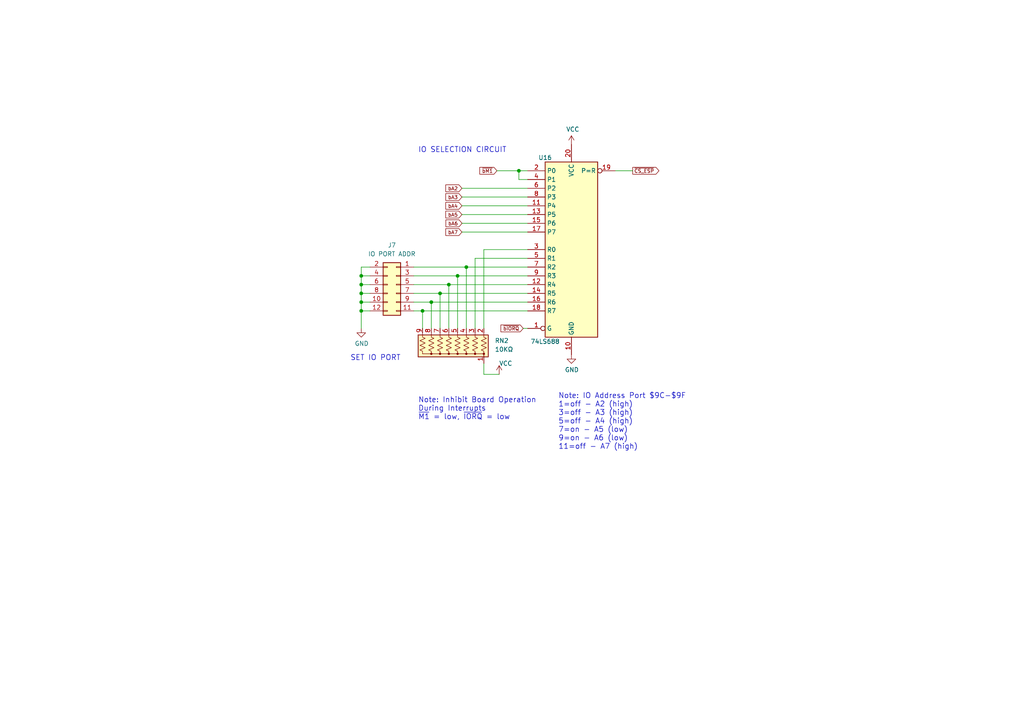
<source format=kicad_sch>
(kicad_sch (version 20211123) (generator eeschema)

  (uuid 6d457867-8d25-41a9-acdc-54d42d02e46b)

  (paper "A4")

  (title_block
    (title "Dual ESP32 IO")
    (date "2023-09-05")
    (rev "V1.2")
    (comment 1 "By Dan Werner, GAL modifications by Andrew Lynch")
  )

  (lib_symbols
    (symbol "74xx:74LS688" (in_bom yes) (on_board yes)
      (property "Reference" "U" (id 0) (at -7.62 26.67 0)
        (effects (font (size 1.27 1.27)))
      )
      (property "Value" "74LS688" (id 1) (at -7.62 -26.67 0)
        (effects (font (size 1.27 1.27)))
      )
      (property "Footprint" "" (id 2) (at 0 0 0)
        (effects (font (size 1.27 1.27)) hide)
      )
      (property "Datasheet" "http://www.ti.com/lit/gpn/sn74LS688" (id 3) (at 0 0 0)
        (effects (font (size 1.27 1.27)) hide)
      )
      (property "ki_keywords" "TTL DECOD Arith" (id 4) (at 0 0 0)
        (effects (font (size 1.27 1.27)) hide)
      )
      (property "ki_description" "8-bit magnitude comparator" (id 5) (at 0 0 0)
        (effects (font (size 1.27 1.27)) hide)
      )
      (property "ki_fp_filters" "DIP?20* SOIC?20* SO?20* TSSOP?20*" (id 6) (at 0 0 0)
        (effects (font (size 1.27 1.27)) hide)
      )
      (symbol "74LS688_1_0"
        (pin input inverted (at -12.7 -22.86 0) (length 5.08)
          (name "G" (effects (font (size 1.27 1.27))))
          (number "1" (effects (font (size 1.27 1.27))))
        )
        (pin power_in line (at 0 -30.48 90) (length 5.08)
          (name "GND" (effects (font (size 1.27 1.27))))
          (number "10" (effects (font (size 1.27 1.27))))
        )
        (pin input line (at -12.7 12.7 0) (length 5.08)
          (name "P4" (effects (font (size 1.27 1.27))))
          (number "11" (effects (font (size 1.27 1.27))))
        )
        (pin input line (at -12.7 -10.16 0) (length 5.08)
          (name "R4" (effects (font (size 1.27 1.27))))
          (number "12" (effects (font (size 1.27 1.27))))
        )
        (pin input line (at -12.7 10.16 0) (length 5.08)
          (name "P5" (effects (font (size 1.27 1.27))))
          (number "13" (effects (font (size 1.27 1.27))))
        )
        (pin input line (at -12.7 -12.7 0) (length 5.08)
          (name "R5" (effects (font (size 1.27 1.27))))
          (number "14" (effects (font (size 1.27 1.27))))
        )
        (pin input line (at -12.7 7.62 0) (length 5.08)
          (name "P6" (effects (font (size 1.27 1.27))))
          (number "15" (effects (font (size 1.27 1.27))))
        )
        (pin input line (at -12.7 -15.24 0) (length 5.08)
          (name "R6" (effects (font (size 1.27 1.27))))
          (number "16" (effects (font (size 1.27 1.27))))
        )
        (pin input line (at -12.7 5.08 0) (length 5.08)
          (name "P7" (effects (font (size 1.27 1.27))))
          (number "17" (effects (font (size 1.27 1.27))))
        )
        (pin input line (at -12.7 -17.78 0) (length 5.08)
          (name "R7" (effects (font (size 1.27 1.27))))
          (number "18" (effects (font (size 1.27 1.27))))
        )
        (pin output inverted (at 12.7 22.86 180) (length 5.08)
          (name "P=R" (effects (font (size 1.27 1.27))))
          (number "19" (effects (font (size 1.27 1.27))))
        )
        (pin input line (at -12.7 22.86 0) (length 5.08)
          (name "P0" (effects (font (size 1.27 1.27))))
          (number "2" (effects (font (size 1.27 1.27))))
        )
        (pin power_in line (at 0 30.48 270) (length 5.08)
          (name "VCC" (effects (font (size 1.27 1.27))))
          (number "20" (effects (font (size 1.27 1.27))))
        )
        (pin input line (at -12.7 0 0) (length 5.08)
          (name "R0" (effects (font (size 1.27 1.27))))
          (number "3" (effects (font (size 1.27 1.27))))
        )
        (pin input line (at -12.7 20.32 0) (length 5.08)
          (name "P1" (effects (font (size 1.27 1.27))))
          (number "4" (effects (font (size 1.27 1.27))))
        )
        (pin input line (at -12.7 -2.54 0) (length 5.08)
          (name "R1" (effects (font (size 1.27 1.27))))
          (number "5" (effects (font (size 1.27 1.27))))
        )
        (pin input line (at -12.7 17.78 0) (length 5.08)
          (name "P2" (effects (font (size 1.27 1.27))))
          (number "6" (effects (font (size 1.27 1.27))))
        )
        (pin input line (at -12.7 -5.08 0) (length 5.08)
          (name "R2" (effects (font (size 1.27 1.27))))
          (number "7" (effects (font (size 1.27 1.27))))
        )
        (pin input line (at -12.7 15.24 0) (length 5.08)
          (name "P3" (effects (font (size 1.27 1.27))))
          (number "8" (effects (font (size 1.27 1.27))))
        )
        (pin input line (at -12.7 -7.62 0) (length 5.08)
          (name "R3" (effects (font (size 1.27 1.27))))
          (number "9" (effects (font (size 1.27 1.27))))
        )
      )
      (symbol "74LS688_1_1"
        (rectangle (start -7.62 25.4) (end 7.62 -25.4)
          (stroke (width 0.254) (type default) (color 0 0 0 0))
          (fill (type background))
        )
      )
    )
    (symbol "Connector_Generic:Conn_02x06_Odd_Even" (pin_names (offset 1.016) hide) (in_bom yes) (on_board yes)
      (property "Reference" "J" (id 0) (at 1.27 7.62 0)
        (effects (font (size 1.27 1.27)))
      )
      (property "Value" "Conn_02x06_Odd_Even" (id 1) (at 1.27 -10.16 0)
        (effects (font (size 1.27 1.27)))
      )
      (property "Footprint" "" (id 2) (at 0 0 0)
        (effects (font (size 1.27 1.27)) hide)
      )
      (property "Datasheet" "~" (id 3) (at 0 0 0)
        (effects (font (size 1.27 1.27)) hide)
      )
      (property "ki_keywords" "connector" (id 4) (at 0 0 0)
        (effects (font (size 1.27 1.27)) hide)
      )
      (property "ki_description" "Generic connector, double row, 02x06, odd/even pin numbering scheme (row 1 odd numbers, row 2 even numbers), script generated (kicad-library-utils/schlib/autogen/connector/)" (id 5) (at 0 0 0)
        (effects (font (size 1.27 1.27)) hide)
      )
      (property "ki_fp_filters" "Connector*:*_2x??_*" (id 6) (at 0 0 0)
        (effects (font (size 1.27 1.27)) hide)
      )
      (symbol "Conn_02x06_Odd_Even_1_1"
        (rectangle (start -1.27 -7.493) (end 0 -7.747)
          (stroke (width 0.1524) (type default) (color 0 0 0 0))
          (fill (type none))
        )
        (rectangle (start -1.27 -4.953) (end 0 -5.207)
          (stroke (width 0.1524) (type default) (color 0 0 0 0))
          (fill (type none))
        )
        (rectangle (start -1.27 -2.413) (end 0 -2.667)
          (stroke (width 0.1524) (type default) (color 0 0 0 0))
          (fill (type none))
        )
        (rectangle (start -1.27 0.127) (end 0 -0.127)
          (stroke (width 0.1524) (type default) (color 0 0 0 0))
          (fill (type none))
        )
        (rectangle (start -1.27 2.667) (end 0 2.413)
          (stroke (width 0.1524) (type default) (color 0 0 0 0))
          (fill (type none))
        )
        (rectangle (start -1.27 5.207) (end 0 4.953)
          (stroke (width 0.1524) (type default) (color 0 0 0 0))
          (fill (type none))
        )
        (rectangle (start -1.27 6.35) (end 3.81 -8.89)
          (stroke (width 0.254) (type default) (color 0 0 0 0))
          (fill (type background))
        )
        (rectangle (start 3.81 -7.493) (end 2.54 -7.747)
          (stroke (width 0.1524) (type default) (color 0 0 0 0))
          (fill (type none))
        )
        (rectangle (start 3.81 -4.953) (end 2.54 -5.207)
          (stroke (width 0.1524) (type default) (color 0 0 0 0))
          (fill (type none))
        )
        (rectangle (start 3.81 -2.413) (end 2.54 -2.667)
          (stroke (width 0.1524) (type default) (color 0 0 0 0))
          (fill (type none))
        )
        (rectangle (start 3.81 0.127) (end 2.54 -0.127)
          (stroke (width 0.1524) (type default) (color 0 0 0 0))
          (fill (type none))
        )
        (rectangle (start 3.81 2.667) (end 2.54 2.413)
          (stroke (width 0.1524) (type default) (color 0 0 0 0))
          (fill (type none))
        )
        (rectangle (start 3.81 5.207) (end 2.54 4.953)
          (stroke (width 0.1524) (type default) (color 0 0 0 0))
          (fill (type none))
        )
        (pin passive line (at -5.08 5.08 0) (length 3.81)
          (name "Pin_1" (effects (font (size 1.27 1.27))))
          (number "1" (effects (font (size 1.27 1.27))))
        )
        (pin passive line (at 7.62 -5.08 180) (length 3.81)
          (name "Pin_10" (effects (font (size 1.27 1.27))))
          (number "10" (effects (font (size 1.27 1.27))))
        )
        (pin passive line (at -5.08 -7.62 0) (length 3.81)
          (name "Pin_11" (effects (font (size 1.27 1.27))))
          (number "11" (effects (font (size 1.27 1.27))))
        )
        (pin passive line (at 7.62 -7.62 180) (length 3.81)
          (name "Pin_12" (effects (font (size 1.27 1.27))))
          (number "12" (effects (font (size 1.27 1.27))))
        )
        (pin passive line (at 7.62 5.08 180) (length 3.81)
          (name "Pin_2" (effects (font (size 1.27 1.27))))
          (number "2" (effects (font (size 1.27 1.27))))
        )
        (pin passive line (at -5.08 2.54 0) (length 3.81)
          (name "Pin_3" (effects (font (size 1.27 1.27))))
          (number "3" (effects (font (size 1.27 1.27))))
        )
        (pin passive line (at 7.62 2.54 180) (length 3.81)
          (name "Pin_4" (effects (font (size 1.27 1.27))))
          (number "4" (effects (font (size 1.27 1.27))))
        )
        (pin passive line (at -5.08 0 0) (length 3.81)
          (name "Pin_5" (effects (font (size 1.27 1.27))))
          (number "5" (effects (font (size 1.27 1.27))))
        )
        (pin passive line (at 7.62 0 180) (length 3.81)
          (name "Pin_6" (effects (font (size 1.27 1.27))))
          (number "6" (effects (font (size 1.27 1.27))))
        )
        (pin passive line (at -5.08 -2.54 0) (length 3.81)
          (name "Pin_7" (effects (font (size 1.27 1.27))))
          (number "7" (effects (font (size 1.27 1.27))))
        )
        (pin passive line (at 7.62 -2.54 180) (length 3.81)
          (name "Pin_8" (effects (font (size 1.27 1.27))))
          (number "8" (effects (font (size 1.27 1.27))))
        )
        (pin passive line (at -5.08 -5.08 0) (length 3.81)
          (name "Pin_9" (effects (font (size 1.27 1.27))))
          (number "9" (effects (font (size 1.27 1.27))))
        )
      )
    )
    (symbol "Device:R_Network08_US" (pin_names (offset 0) hide) (in_bom yes) (on_board yes)
      (property "Reference" "RN" (id 0) (at -12.7 0 90)
        (effects (font (size 1.27 1.27)))
      )
      (property "Value" "R_Network08_US" (id 1) (at 10.16 0 90)
        (effects (font (size 1.27 1.27)))
      )
      (property "Footprint" "Resistor_THT:R_Array_SIP9" (id 2) (at 12.065 0 90)
        (effects (font (size 1.27 1.27)) hide)
      )
      (property "Datasheet" "http://www.vishay.com/docs/31509/csc.pdf" (id 3) (at 0 0 0)
        (effects (font (size 1.27 1.27)) hide)
      )
      (property "ki_keywords" "R network star-topology" (id 4) (at 0 0 0)
        (effects (font (size 1.27 1.27)) hide)
      )
      (property "ki_description" "8 resistor network, star topology, bussed resistors, small US symbol" (id 5) (at 0 0 0)
        (effects (font (size 1.27 1.27)) hide)
      )
      (property "ki_fp_filters" "R?Array?SIP*" (id 6) (at 0 0 0)
        (effects (font (size 1.27 1.27)) hide)
      )
      (symbol "R_Network08_US_0_1"
        (rectangle (start -11.43 -3.175) (end 8.89 3.175)
          (stroke (width 0.254) (type default) (color 0 0 0 0))
          (fill (type background))
        )
        (circle (center -10.16 2.286) (radius 0.254)
          (stroke (width 0) (type default) (color 0 0 0 0))
          (fill (type outline))
        )
        (circle (center -7.62 2.286) (radius 0.254)
          (stroke (width 0) (type default) (color 0 0 0 0))
          (fill (type outline))
        )
        (circle (center -5.08 2.286) (radius 0.254)
          (stroke (width 0) (type default) (color 0 0 0 0))
          (fill (type outline))
        )
        (circle (center -2.54 2.286) (radius 0.254)
          (stroke (width 0) (type default) (color 0 0 0 0))
          (fill (type outline))
        )
        (polyline
          (pts
            (xy -10.16 2.286)
            (xy 7.62 2.286)
          )
          (stroke (width 0) (type default) (color 0 0 0 0))
          (fill (type none))
        )
        (polyline
          (pts
            (xy -10.16 2.286)
            (xy -10.16 1.524)
            (xy -9.398 1.1684)
            (xy -10.922 0.508)
            (xy -9.398 -0.1524)
            (xy -10.922 -0.8382)
            (xy -9.398 -1.524)
            (xy -10.922 -2.1844)
            (xy -10.16 -2.54)
            (xy -10.16 -3.81)
          )
          (stroke (width 0) (type default) (color 0 0 0 0))
          (fill (type none))
        )
        (polyline
          (pts
            (xy -7.62 2.286)
            (xy -7.62 1.524)
            (xy -6.858 1.1684)
            (xy -8.382 0.508)
            (xy -6.858 -0.1524)
            (xy -8.382 -0.8382)
            (xy -6.858 -1.524)
            (xy -8.382 -2.1844)
            (xy -7.62 -2.54)
            (xy -7.62 -3.81)
          )
          (stroke (width 0) (type default) (color 0 0 0 0))
          (fill (type none))
        )
        (polyline
          (pts
            (xy -5.08 2.286)
            (xy -5.08 1.524)
            (xy -4.318 1.1684)
            (xy -5.842 0.508)
            (xy -4.318 -0.1524)
            (xy -5.842 -0.8382)
            (xy -4.318 -1.524)
            (xy -5.842 -2.1844)
            (xy -5.08 -2.54)
            (xy -5.08 -3.81)
          )
          (stroke (width 0) (type default) (color 0 0 0 0))
          (fill (type none))
        )
        (polyline
          (pts
            (xy -2.54 2.286)
            (xy -2.54 1.524)
            (xy -1.778 1.1684)
            (xy -3.302 0.508)
            (xy -1.778 -0.1524)
            (xy -3.302 -0.8382)
            (xy -1.778 -1.524)
            (xy -3.302 -2.1844)
            (xy -2.54 -2.54)
            (xy -2.54 -3.81)
          )
          (stroke (width 0) (type default) (color 0 0 0 0))
          (fill (type none))
        )
        (polyline
          (pts
            (xy 0 2.286)
            (xy 0 1.524)
            (xy 0.762 1.1684)
            (xy -0.762 0.508)
            (xy 0.762 -0.1524)
            (xy -0.762 -0.8382)
            (xy 0.762 -1.524)
            (xy -0.762 -2.1844)
            (xy 0 -2.54)
            (xy 0 -3.81)
          )
          (stroke (width 0) (type default) (color 0 0 0 0))
          (fill (type none))
        )
        (polyline
          (pts
            (xy 2.54 2.286)
            (xy 2.54 1.524)
            (xy 3.302 1.1684)
            (xy 1.778 0.508)
            (xy 3.302 -0.1524)
            (xy 1.778 -0.8382)
            (xy 3.302 -1.524)
            (xy 1.778 -2.1844)
            (xy 2.54 -2.54)
            (xy 2.54 -3.81)
          )
          (stroke (width 0) (type default) (color 0 0 0 0))
          (fill (type none))
        )
        (polyline
          (pts
            (xy 5.08 2.286)
            (xy 5.08 1.524)
            (xy 5.842 1.1684)
            (xy 4.318 0.508)
            (xy 5.842 -0.1524)
            (xy 4.318 -0.8382)
            (xy 5.842 -1.524)
            (xy 4.318 -2.1844)
            (xy 5.08 -2.54)
            (xy 5.08 -3.81)
          )
          (stroke (width 0) (type default) (color 0 0 0 0))
          (fill (type none))
        )
        (polyline
          (pts
            (xy 7.62 2.286)
            (xy 7.62 1.524)
            (xy 8.382 1.1684)
            (xy 6.858 0.508)
            (xy 8.382 -0.1524)
            (xy 6.858 -0.8382)
            (xy 8.382 -1.524)
            (xy 6.858 -2.1844)
            (xy 7.62 -2.54)
            (xy 7.62 -3.81)
          )
          (stroke (width 0) (type default) (color 0 0 0 0))
          (fill (type none))
        )
        (circle (center 0 2.286) (radius 0.254)
          (stroke (width 0) (type default) (color 0 0 0 0))
          (fill (type outline))
        )
        (circle (center 2.54 2.286) (radius 0.254)
          (stroke (width 0) (type default) (color 0 0 0 0))
          (fill (type outline))
        )
        (circle (center 5.08 2.286) (radius 0.254)
          (stroke (width 0) (type default) (color 0 0 0 0))
          (fill (type outline))
        )
      )
      (symbol "R_Network08_US_1_1"
        (pin passive line (at -10.16 5.08 270) (length 2.54)
          (name "common" (effects (font (size 1.27 1.27))))
          (number "1" (effects (font (size 1.27 1.27))))
        )
        (pin passive line (at -10.16 -5.08 90) (length 1.27)
          (name "R1" (effects (font (size 1.27 1.27))))
          (number "2" (effects (font (size 1.27 1.27))))
        )
        (pin passive line (at -7.62 -5.08 90) (length 1.27)
          (name "R2" (effects (font (size 1.27 1.27))))
          (number "3" (effects (font (size 1.27 1.27))))
        )
        (pin passive line (at -5.08 -5.08 90) (length 1.27)
          (name "R3" (effects (font (size 1.27 1.27))))
          (number "4" (effects (font (size 1.27 1.27))))
        )
        (pin passive line (at -2.54 -5.08 90) (length 1.27)
          (name "R4" (effects (font (size 1.27 1.27))))
          (number "5" (effects (font (size 1.27 1.27))))
        )
        (pin passive line (at 0 -5.08 90) (length 1.27)
          (name "R5" (effects (font (size 1.27 1.27))))
          (number "6" (effects (font (size 1.27 1.27))))
        )
        (pin passive line (at 2.54 -5.08 90) (length 1.27)
          (name "R6" (effects (font (size 1.27 1.27))))
          (number "7" (effects (font (size 1.27 1.27))))
        )
        (pin passive line (at 5.08 -5.08 90) (length 1.27)
          (name "R7" (effects (font (size 1.27 1.27))))
          (number "8" (effects (font (size 1.27 1.27))))
        )
        (pin passive line (at 7.62 -5.08 90) (length 1.27)
          (name "R8" (effects (font (size 1.27 1.27))))
          (number "9" (effects (font (size 1.27 1.27))))
        )
      )
    )
    (symbol "power:GND" (power) (pin_names (offset 0)) (in_bom yes) (on_board yes)
      (property "Reference" "#PWR" (id 0) (at 0 -6.35 0)
        (effects (font (size 1.27 1.27)) hide)
      )
      (property "Value" "GND" (id 1) (at 0 -3.81 0)
        (effects (font (size 1.27 1.27)))
      )
      (property "Footprint" "" (id 2) (at 0 0 0)
        (effects (font (size 1.27 1.27)) hide)
      )
      (property "Datasheet" "" (id 3) (at 0 0 0)
        (effects (font (size 1.27 1.27)) hide)
      )
      (property "ki_keywords" "global power" (id 4) (at 0 0 0)
        (effects (font (size 1.27 1.27)) hide)
      )
      (property "ki_description" "Power symbol creates a global label with name \"GND\" , ground" (id 5) (at 0 0 0)
        (effects (font (size 1.27 1.27)) hide)
      )
      (symbol "GND_0_1"
        (polyline
          (pts
            (xy 0 0)
            (xy 0 -1.27)
            (xy 1.27 -1.27)
            (xy 0 -2.54)
            (xy -1.27 -1.27)
            (xy 0 -1.27)
          )
          (stroke (width 0) (type default) (color 0 0 0 0))
          (fill (type none))
        )
      )
      (symbol "GND_1_1"
        (pin power_in line (at 0 0 270) (length 0) hide
          (name "GND" (effects (font (size 1.27 1.27))))
          (number "1" (effects (font (size 1.27 1.27))))
        )
      )
    )
    (symbol "power:VCC" (power) (pin_names (offset 0)) (in_bom yes) (on_board yes)
      (property "Reference" "#PWR" (id 0) (at 0 -3.81 0)
        (effects (font (size 1.27 1.27)) hide)
      )
      (property "Value" "VCC" (id 1) (at 0 3.81 0)
        (effects (font (size 1.27 1.27)))
      )
      (property "Footprint" "" (id 2) (at 0 0 0)
        (effects (font (size 1.27 1.27)) hide)
      )
      (property "Datasheet" "" (id 3) (at 0 0 0)
        (effects (font (size 1.27 1.27)) hide)
      )
      (property "ki_keywords" "global power" (id 4) (at 0 0 0)
        (effects (font (size 1.27 1.27)) hide)
      )
      (property "ki_description" "Power symbol creates a global label with name \"VCC\"" (id 5) (at 0 0 0)
        (effects (font (size 1.27 1.27)) hide)
      )
      (symbol "VCC_0_1"
        (polyline
          (pts
            (xy -0.762 1.27)
            (xy 0 2.54)
          )
          (stroke (width 0) (type default) (color 0 0 0 0))
          (fill (type none))
        )
        (polyline
          (pts
            (xy 0 0)
            (xy 0 2.54)
          )
          (stroke (width 0) (type default) (color 0 0 0 0))
          (fill (type none))
        )
        (polyline
          (pts
            (xy 0 2.54)
            (xy 0.762 1.27)
          )
          (stroke (width 0) (type default) (color 0 0 0 0))
          (fill (type none))
        )
      )
      (symbol "VCC_1_1"
        (pin power_in line (at 0 0 90) (length 0) hide
          (name "VCC" (effects (font (size 1.27 1.27))))
          (number "1" (effects (font (size 1.27 1.27))))
        )
      )
    )
  )

  (junction (at 127.635 85.09) (diameter 0) (color 0 0 0 0)
    (uuid 3624dad7-69a3-4406-a20c-ab9a0bd9fd01)
  )
  (junction (at 104.775 82.55) (diameter 0) (color 0 0 0 0)
    (uuid 44222a66-bd12-45a1-915c-1a79de83580c)
  )
  (junction (at 104.775 85.09) (diameter 0) (color 0 0 0 0)
    (uuid 4ee9af25-458d-4115-9895-93db34753466)
  )
  (junction (at 104.775 87.63) (diameter 0) (color 0 0 0 0)
    (uuid 56e9f5a5-334e-4bf7-b87b-5c2958a9e5a0)
  )
  (junction (at 125.095 87.63) (diameter 0) (color 0 0 0 0)
    (uuid 6c2face0-71c5-4888-a288-ecdabda03304)
  )
  (junction (at 132.715 80.01) (diameter 0) (color 0 0 0 0)
    (uuid 6f3da484-eb7b-4c7c-a81d-a5587f69e26b)
  )
  (junction (at 104.775 80.01) (diameter 0) (color 0 0 0 0)
    (uuid 8f1abe07-6d11-4047-b967-63fa08ad921a)
  )
  (junction (at 104.775 90.17) (diameter 0) (color 0 0 0 0)
    (uuid 927f4abc-1970-41f0-acd2-0b3ab431968c)
  )
  (junction (at 135.255 77.47) (diameter 0) (color 0 0 0 0)
    (uuid a0b5d267-ae44-4d91-8301-1a68f74eac53)
  )
  (junction (at 122.555 90.17) (diameter 0) (color 0 0 0 0)
    (uuid b004aee4-4dec-4550-b8c8-794c7a2f46b3)
  )
  (junction (at 150.495 49.53) (diameter 0) (color 0 0 0 0)
    (uuid d3404f75-71b6-4fdf-8587-df9f8bce53e4)
  )
  (junction (at 130.175 82.55) (diameter 0) (color 0 0 0 0)
    (uuid df7e4124-15a5-4986-89ca-d18afacbed2a)
  )

  (wire (pts (xy 150.495 52.07) (xy 153.035 52.07))
    (stroke (width 0) (type default) (color 0 0 0 0))
    (uuid 04d36a70-5c6a-4631-b11b-2afa7019d711)
  )
  (wire (pts (xy 132.715 95.25) (xy 132.715 80.01))
    (stroke (width 0) (type default) (color 0 0 0 0))
    (uuid 11f50f0e-0b69-49bd-8064-3d4f9cc64139)
  )
  (wire (pts (xy 104.775 85.09) (xy 104.775 87.63))
    (stroke (width 0) (type default) (color 0 0 0 0))
    (uuid 1bfa758a-f76a-4f48-add5-c12ee36ae15e)
  )
  (wire (pts (xy 144.145 49.53) (xy 150.495 49.53))
    (stroke (width 0) (type default) (color 0 0 0 0))
    (uuid 23b43199-477c-4c85-b135-2a7a01a3fb23)
  )
  (wire (pts (xy 140.335 72.39) (xy 153.035 72.39))
    (stroke (width 0) (type default) (color 0 0 0 0))
    (uuid 2815c5de-598a-4bf7-8e4a-d91ff881ce4c)
  )
  (wire (pts (xy 104.775 87.63) (xy 104.775 90.17))
    (stroke (width 0) (type default) (color 0 0 0 0))
    (uuid 284b695d-2aa3-4068-a877-f628168443fe)
  )
  (wire (pts (xy 104.775 82.55) (xy 104.775 85.09))
    (stroke (width 0) (type default) (color 0 0 0 0))
    (uuid 3123da58-0b2d-46fc-91d8-a844f619b5c6)
  )
  (wire (pts (xy 120.015 77.47) (xy 135.255 77.47))
    (stroke (width 0) (type default) (color 0 0 0 0))
    (uuid 35a97aa4-27fb-4c80-98dc-1328b0afa323)
  )
  (wire (pts (xy 120.015 90.17) (xy 122.555 90.17))
    (stroke (width 0) (type default) (color 0 0 0 0))
    (uuid 36a977a6-d2bf-4188-8d6f-a8c7524b37f6)
  )
  (wire (pts (xy 133.985 59.69) (xy 153.035 59.69))
    (stroke (width 0) (type default) (color 0 0 0 0))
    (uuid 38ea4130-6e51-4739-bb64-f0ba1f3ceea1)
  )
  (wire (pts (xy 133.985 64.77) (xy 153.035 64.77))
    (stroke (width 0) (type default) (color 0 0 0 0))
    (uuid 3a4c445d-eb9a-4164-b5be-8a7c5bcc3764)
  )
  (wire (pts (xy 151.765 95.25) (xy 153.035 95.25))
    (stroke (width 0) (type default) (color 0 0 0 0))
    (uuid 3ad20601-9e19-4ebd-bcc2-cb1cc5fbfe83)
  )
  (wire (pts (xy 150.495 49.53) (xy 150.495 52.07))
    (stroke (width 0) (type default) (color 0 0 0 0))
    (uuid 3d87774a-85c3-4c6c-9f75-06bbf5387973)
  )
  (wire (pts (xy 137.795 95.25) (xy 137.795 74.93))
    (stroke (width 0) (type default) (color 0 0 0 0))
    (uuid 429ea4c5-f462-4a3c-aba8-21cc41da0e4a)
  )
  (wire (pts (xy 104.775 90.17) (xy 107.315 90.17))
    (stroke (width 0) (type default) (color 0 0 0 0))
    (uuid 4333f11c-b648-4bcb-942d-0d019560b321)
  )
  (wire (pts (xy 135.255 77.47) (xy 153.035 77.47))
    (stroke (width 0) (type default) (color 0 0 0 0))
    (uuid 4dad0fcc-ffd7-4c1c-9c09-e76166ee3498)
  )
  (wire (pts (xy 130.175 95.25) (xy 130.175 82.55))
    (stroke (width 0) (type default) (color 0 0 0 0))
    (uuid 52158ef6-e3d5-46da-b840-3b656e6686a9)
  )
  (wire (pts (xy 120.015 85.09) (xy 127.635 85.09))
    (stroke (width 0) (type default) (color 0 0 0 0))
    (uuid 521b9b98-eb52-4152-a288-6c26f192eab4)
  )
  (wire (pts (xy 104.775 80.01) (xy 104.775 82.55))
    (stroke (width 0) (type default) (color 0 0 0 0))
    (uuid 59d7f8f5-122d-416b-80e2-b73967ac143b)
  )
  (wire (pts (xy 133.985 54.61) (xy 153.035 54.61))
    (stroke (width 0) (type default) (color 0 0 0 0))
    (uuid 68b173df-19d1-49b6-adb9-00915880edf4)
  )
  (wire (pts (xy 137.795 74.93) (xy 153.035 74.93))
    (stroke (width 0) (type default) (color 0 0 0 0))
    (uuid 69674e71-9909-4edc-9c87-68d67247467c)
  )
  (wire (pts (xy 104.775 90.17) (xy 104.775 95.25))
    (stroke (width 0) (type default) (color 0 0 0 0))
    (uuid 6985249c-51ff-4f5d-a950-f03925bad527)
  )
  (wire (pts (xy 133.985 67.31) (xy 153.035 67.31))
    (stroke (width 0) (type default) (color 0 0 0 0))
    (uuid 6d4bf885-6fdd-4c02-a2ad-cd6890032fe9)
  )
  (wire (pts (xy 104.775 82.55) (xy 107.315 82.55))
    (stroke (width 0) (type default) (color 0 0 0 0))
    (uuid 6e4f4b36-dab1-4291-8cc1-e223d949fe83)
  )
  (wire (pts (xy 122.555 95.25) (xy 122.555 90.17))
    (stroke (width 0) (type default) (color 0 0 0 0))
    (uuid 74ac65bb-826d-4ac1-9245-afe05de54ef1)
  )
  (wire (pts (xy 120.015 80.01) (xy 132.715 80.01))
    (stroke (width 0) (type default) (color 0 0 0 0))
    (uuid 7ba7b488-3140-4e44-b56f-4ebd94a93fe0)
  )
  (wire (pts (xy 140.335 95.25) (xy 140.335 72.39))
    (stroke (width 0) (type default) (color 0 0 0 0))
    (uuid 8265832a-f0d9-4a6f-8f51-c0a4b73d1980)
  )
  (wire (pts (xy 120.015 82.55) (xy 130.175 82.55))
    (stroke (width 0) (type default) (color 0 0 0 0))
    (uuid 82a87a80-ca85-4ab8-95b9-2b61f47b9da6)
  )
  (wire (pts (xy 127.635 85.09) (xy 153.035 85.09))
    (stroke (width 0) (type default) (color 0 0 0 0))
    (uuid 84ea12a2-9472-47d4-8cec-de0d20108962)
  )
  (wire (pts (xy 178.435 49.53) (xy 183.515 49.53))
    (stroke (width 0) (type default) (color 0 0 0 0))
    (uuid 8508fd21-4283-45f0-a8b0-d74db3aae1de)
  )
  (wire (pts (xy 122.555 90.17) (xy 153.035 90.17))
    (stroke (width 0) (type default) (color 0 0 0 0))
    (uuid 8d60417c-832a-491f-bce9-69eaebef6b9a)
  )
  (wire (pts (xy 130.175 82.55) (xy 153.035 82.55))
    (stroke (width 0) (type default) (color 0 0 0 0))
    (uuid 90235500-ee59-49b4-8589-928aa4ab9a47)
  )
  (wire (pts (xy 104.775 85.09) (xy 107.315 85.09))
    (stroke (width 0) (type default) (color 0 0 0 0))
    (uuid 917ccd6e-dc53-4cfe-b6da-2c6d367a0080)
  )
  (wire (pts (xy 135.255 95.25) (xy 135.255 77.47))
    (stroke (width 0) (type default) (color 0 0 0 0))
    (uuid 9c516f2e-6a39-4d94-a90d-ae59209b3670)
  )
  (wire (pts (xy 104.775 80.01) (xy 107.315 80.01))
    (stroke (width 0) (type default) (color 0 0 0 0))
    (uuid a3dac18b-acce-4e51-ac46-7b558363e47f)
  )
  (wire (pts (xy 104.775 77.47) (xy 107.315 77.47))
    (stroke (width 0) (type default) (color 0 0 0 0))
    (uuid a5e8d7fb-ce85-46f5-a113-46e352ad2937)
  )
  (wire (pts (xy 133.985 57.15) (xy 153.035 57.15))
    (stroke (width 0) (type default) (color 0 0 0 0))
    (uuid b00e2c01-2277-46b6-af53-62c04e71060d)
  )
  (wire (pts (xy 127.635 95.25) (xy 127.635 85.09))
    (stroke (width 0) (type default) (color 0 0 0 0))
    (uuid b471975e-d9e8-4fb3-ab4d-5e18f74c650c)
  )
  (wire (pts (xy 140.335 108.585) (xy 140.335 105.41))
    (stroke (width 0) (type default) (color 0 0 0 0))
    (uuid b5fdea19-164a-4588-9dee-c226408e0d25)
  )
  (wire (pts (xy 104.775 87.63) (xy 107.315 87.63))
    (stroke (width 0) (type default) (color 0 0 0 0))
    (uuid c3bcfff3-7e01-4ed1-957e-bb8af0806366)
  )
  (wire (pts (xy 132.715 80.01) (xy 153.035 80.01))
    (stroke (width 0) (type default) (color 0 0 0 0))
    (uuid c784b9ed-31b0-494e-b216-95556ddac146)
  )
  (wire (pts (xy 125.095 95.25) (xy 125.095 87.63))
    (stroke (width 0) (type default) (color 0 0 0 0))
    (uuid c807c124-fe37-4cc4-8146-594723920966)
  )
  (wire (pts (xy 125.095 87.63) (xy 153.035 87.63))
    (stroke (width 0) (type default) (color 0 0 0 0))
    (uuid c86b107d-880f-4190-a168-19d5c757b2a9)
  )
  (wire (pts (xy 133.985 62.23) (xy 153.035 62.23))
    (stroke (width 0) (type default) (color 0 0 0 0))
    (uuid c8d5731d-5441-4a41-8bd7-4f9947e4cd29)
  )
  (wire (pts (xy 120.015 87.63) (xy 125.095 87.63))
    (stroke (width 0) (type default) (color 0 0 0 0))
    (uuid d4c27228-3fb7-4d3a-a4a2-c8755d873346)
  )
  (wire (pts (xy 144.78 108.585) (xy 140.335 108.585))
    (stroke (width 0) (type default) (color 0 0 0 0))
    (uuid d68a6166-49e1-474a-8f02-b4f7380f4482)
  )
  (wire (pts (xy 150.495 49.53) (xy 153.035 49.53))
    (stroke (width 0) (type default) (color 0 0 0 0))
    (uuid ec6437bb-dbd8-4e9a-b720-cd78776e72b8)
  )
  (wire (pts (xy 104.775 77.47) (xy 104.775 80.01))
    (stroke (width 0) (type default) (color 0 0 0 0))
    (uuid f71a956c-768a-429e-bc12-ee9d4861f697)
  )

  (text "Note: Inhibit Board Operation\nDuring Interrupts\n~{M1} = low, ~{IORQ} = low"
    (at 121.285 121.92 0)
    (effects (font (size 1.524 1.524)) (justify left bottom))
    (uuid 29fc262e-aedd-4d54-a59d-c730f5ce4834)
  )
  (text "Note: IO Address Port $9C-$9F\n1=off - A2 (high)\n3=off - A3 (high)\n5=off - A4 (high)\n7=on - A5 (low)\n9=on - A6 (low)\n11=off - A7 (high)\n\n\n\n\n"
    (at 161.925 140.335 0)
    (effects (font (size 1.524 1.524)) (justify left bottom))
    (uuid 2aff9083-3079-48db-a848-94d446f77f96)
  )
  (text "SET IO PORT" (at 101.6 104.775 0)
    (effects (font (size 1.524 1.524)) (justify left bottom))
    (uuid 5ad959e4-f4d4-4aa8-ad23-d74cf5110686)
  )
  (text "IO SELECTION CIRCUIT" (at 121.285 44.45 0)
    (effects (font (size 1.524 1.524)) (justify left bottom))
    (uuid 80a9cc74-0ac4-4194-9d24-b22bb1520be0)
  )

  (global_label "bA6" (shape input) (at 134.0255 64.77 180) (fields_autoplaced)
    (effects (font (size 1.016 1.016)) (justify right))
    (uuid 130d8abc-311e-43eb-88ce-cf97aae90d77)
    (property "Intersheet References" "${INTERSHEET_REFS}" (id 0) (at 129.4085 64.7065 0)
      (effects (font (size 1.016 1.016)) (justify right) hide)
    )
  )
  (global_label "bA2" (shape input) (at 133.985 54.61 180) (fields_autoplaced)
    (effects (font (size 1.016 1.016)) (justify right))
    (uuid 36c8728d-1ca7-4059-b43e-7a6601d32c4e)
    (property "Intersheet References" "${INTERSHEET_REFS}" (id 0) (at 129.368 54.5465 0)
      (effects (font (size 1.016 1.016)) (justify right) hide)
    )
  )
  (global_label "~{bM1}" (shape input) (at 144.145 49.53 180) (fields_autoplaced)
    (effects (font (size 1.016 1.016)) (justify right))
    (uuid 60bd1669-de3b-4a79-a009-6a51e772b86f)
    (property "Intersheet References" "${INTERSHEET_REFS}" (id 0) (at 139.2377 49.4665 0)
      (effects (font (size 1.016 1.016)) (justify right) hide)
    )
  )
  (global_label "~{bIORQ}" (shape input) (at 151.765 95.25 180) (fields_autoplaced)
    (effects (font (size 1.016 1.016)) (justify right))
    (uuid 60e20392-093c-4768-b25f-329ddaf194e0)
    (property "Intersheet References" "${INTERSHEET_REFS}" (id 0) (at 145.3579 95.1865 0)
      (effects (font (size 1.016 1.016)) (justify right) hide)
    )
  )
  (global_label "~{CS_ESP}" (shape output) (at 183.515 49.53 0) (fields_autoplaced)
    (effects (font (size 1.016 1.016)) (justify left))
    (uuid 9d289eee-9958-4a20-999f-d91e65c9aba6)
    (property "Intersheet References" "${INTERSHEET_REFS}" (id 0) (at 191.0349 49.4665 0)
      (effects (font (size 1.016 1.016)) (justify left) hide)
    )
  )
  (global_label "bA3" (shape input) (at 133.985 57.15 180) (fields_autoplaced)
    (effects (font (size 1.016 1.016)) (justify right))
    (uuid 9f84a4a2-a95a-4d97-8e8e-766dc0e3f9c9)
    (property "Intersheet References" "${INTERSHEET_REFS}" (id 0) (at 129.368 57.0865 0)
      (effects (font (size 1.016 1.016)) (justify right) hide)
    )
  )
  (global_label "bA5" (shape input) (at 133.985 62.23 180) (fields_autoplaced)
    (effects (font (size 1.016 1.016)) (justify right))
    (uuid d2c3a3da-be4b-4c31-98ac-749fe7b623aa)
    (property "Intersheet References" "${INTERSHEET_REFS}" (id 0) (at 129.368 62.1665 0)
      (effects (font (size 1.016 1.016)) (justify right) hide)
    )
  )
  (global_label "bA4" (shape input) (at 133.985 59.69 180) (fields_autoplaced)
    (effects (font (size 1.016 1.016)) (justify right))
    (uuid f231d3be-64a6-47ea-9794-097bc72921ca)
    (property "Intersheet References" "${INTERSHEET_REFS}" (id 0) (at 129.368 59.6265 0)
      (effects (font (size 1.016 1.016)) (justify right) hide)
    )
  )
  (global_label "bA7" (shape input) (at 133.985 67.31 180) (fields_autoplaced)
    (effects (font (size 1.016 1.016)) (justify right))
    (uuid fb9d603c-2afc-43c3-85fc-cb45c455e885)
    (property "Intersheet References" "${INTERSHEET_REFS}" (id 0) (at 129.368 67.2465 0)
      (effects (font (size 1.016 1.016)) (justify right) hide)
    )
  )

  (symbol (lib_id "Connector_Generic:Conn_02x06_Odd_Even") (at 114.935 82.55 0) (mirror y) (unit 1)
    (in_bom yes) (on_board yes) (fields_autoplaced)
    (uuid 1370fc1d-1d99-4620-bb90-611ac591816c)
    (property "Reference" "J7" (id 0) (at 113.665 71.12 0))
    (property "Value" "IO PORT ADDR" (id 1) (at 113.665 73.66 0))
    (property "Footprint" "Connector_PinHeader_2.54mm:PinHeader_2x06_P2.54mm_Vertical" (id 2) (at 114.935 82.55 0)
      (effects (font (size 1.27 1.27)) hide)
    )
    (property "Datasheet" "~" (id 3) (at 114.935 82.55 0)
      (effects (font (size 1.27 1.27)) hide)
    )
    (pin "1" (uuid cffd665e-b12a-46cf-b62c-ab64ce47406c))
    (pin "10" (uuid f5411fee-e6fa-4a8b-92dd-25dd90d6c6a3))
    (pin "11" (uuid 42e159f0-87a8-43c0-96b2-0fe926db9b83))
    (pin "12" (uuid c5d7b2bd-77e9-4dee-9e10-ca494492ebc1))
    (pin "2" (uuid cf0cf100-a7f5-49d6-8c5f-d8bf7a101f75))
    (pin "3" (uuid a24e3bf5-efbc-4f0f-bf2e-de81c29d6a87))
    (pin "4" (uuid 9cf53f92-ea2d-4e1d-a8fa-90b903706278))
    (pin "5" (uuid 22cb9861-5ae5-4a99-8814-2d2093856459))
    (pin "6" (uuid 070bd701-6f68-4f4d-a0e1-1debc94b5b0d))
    (pin "7" (uuid 62c03c6f-d41b-40c2-8be4-3d497970f611))
    (pin "8" (uuid e44361a9-d223-468a-a0c0-e7cc5a4ed7fd))
    (pin "9" (uuid aea86397-7fca-4885-8fb0-b90ab415ab06))
  )

  (symbol (lib_id "Device:R_Network08_US") (at 130.175 100.33 180) (unit 1)
    (in_bom yes) (on_board yes) (fields_autoplaced)
    (uuid 25915c28-af51-43b5-99f9-4cae6acb677b)
    (property "Reference" "RN2" (id 0) (at 143.51 98.8059 0)
      (effects (font (size 1.27 1.27)) (justify right))
    )
    (property "Value" "10KΩ" (id 1) (at 143.51 101.3459 0)
      (effects (font (size 1.27 1.27)) (justify right))
    )
    (property "Footprint" "Resistor_THT:R_Array_SIP9" (id 2) (at 118.11 100.33 90)
      (effects (font (size 1.27 1.27)) hide)
    )
    (property "Datasheet" "http://www.vishay.com/docs/31509/csc.pdf" (id 3) (at 130.175 100.33 0)
      (effects (font (size 1.27 1.27)) hide)
    )
    (pin "1" (uuid 3458c153-e93b-4ac9-b432-7addf89f9cee))
    (pin "2" (uuid 22e58948-d64e-4fc6-b741-0fd6f6a09307))
    (pin "3" (uuid 504aa016-3fa3-43cb-b3d4-e3f95eed6727))
    (pin "4" (uuid 181ab607-ea54-414c-a3b5-2695cde19fb7))
    (pin "5" (uuid 775b1a2a-71ab-440b-a920-63731add987c))
    (pin "6" (uuid b466a4e1-0bf8-4caa-9fe3-3241ed054405))
    (pin "7" (uuid bc6c515b-83dc-483a-8d77-a3c44747e1a0))
    (pin "8" (uuid 616d5cac-7400-432e-aa29-d1c9c58e7429))
    (pin "9" (uuid 160b321b-78c7-4e35-9735-9318c1f19e52))
  )

  (symbol (lib_id "74xx:74LS688") (at 165.735 72.39 0) (unit 1)
    (in_bom yes) (on_board yes)
    (uuid 3aa96ac3-8507-4f88-adda-fd5f75c9c3fd)
    (property "Reference" "U16" (id 0) (at 158.115 45.72 0))
    (property "Value" "74LS688" (id 1) (at 158.115 99.06 0))
    (property "Footprint" "Package_DIP:DIP-20_W7.62mm" (id 2) (at 165.735 72.39 0)
      (effects (font (size 1.27 1.27)) hide)
    )
    (property "Datasheet" "" (id 3) (at 165.735 72.39 0)
      (effects (font (size 1.27 1.27)) hide)
    )
    (pin "1" (uuid 78b6fef6-fd2d-4a10-ab59-9546f5cc3d0e))
    (pin "10" (uuid 54580b85-fbd7-4d41-bd97-6e0b3b143a14))
    (pin "11" (uuid 3e63b064-14e9-42aa-bd0a-9c9479022a84))
    (pin "12" (uuid cd4dd1d0-eaf9-48bb-b5d1-5190e17e6827))
    (pin "13" (uuid 5d1b701e-414a-48fc-bf6d-172693e81434))
    (pin "14" (uuid 4bc581db-c9a4-41ef-9684-68eaa7dc61d4))
    (pin "15" (uuid 7069b039-89d0-4d1f-abb8-1614242f51c7))
    (pin "16" (uuid 5857e231-02fc-4ec2-8a2a-b9130341a0ba))
    (pin "17" (uuid 403e1e37-d670-46ec-be43-bc93484332f2))
    (pin "18" (uuid b97f2df2-b47b-4637-ac11-e4ad60b1495c))
    (pin "19" (uuid f9b12481-2bef-4ede-934d-5de279ba54eb))
    (pin "2" (uuid c790d4a5-2210-4dc2-a6b0-10212887065c))
    (pin "20" (uuid cf4f30ec-ea60-465e-81ae-e85853b36ad9))
    (pin "3" (uuid 9a9801fe-d3ac-40a0-a09c-ab73e244dae2))
    (pin "4" (uuid df1b948c-d371-4dc0-8bbd-9e20f1149c74))
    (pin "5" (uuid 52291d90-ead5-48e6-96ea-30ffb0be3053))
    (pin "6" (uuid 1d6c8d8e-0ac7-4379-b515-2b9bf908d6fa))
    (pin "7" (uuid ce894edc-cf0d-435f-b7db-107c67d96325))
    (pin "8" (uuid 556a6479-cdb1-470d-8c69-1ca67a2d39b8))
    (pin "9" (uuid 17b39b94-0b00-44b3-9277-e811a410fff5))
  )

  (symbol (lib_id "power:GND") (at 104.775 95.25 0) (unit 1)
    (in_bom yes) (on_board yes)
    (uuid 3c94d164-21c3-4bbe-ac2b-b1a9a0e8ad4d)
    (property "Reference" "#PWR0140" (id 0) (at 104.775 101.6 0)
      (effects (font (size 1.27 1.27)) hide)
    )
    (property "Value" "GND" (id 1) (at 104.902 99.6442 0))
    (property "Footprint" "" (id 2) (at 104.775 95.25 0)
      (effects (font (size 1.27 1.27)) hide)
    )
    (property "Datasheet" "" (id 3) (at 104.775 95.25 0)
      (effects (font (size 1.27 1.27)) hide)
    )
    (pin "1" (uuid 402eb6d9-9cc2-4ecf-a30d-ab950172d49f))
  )

  (symbol (lib_id "power:GND") (at 165.735 102.87 0) (unit 1)
    (in_bom yes) (on_board yes)
    (uuid 52b724b9-8292-43ff-879b-3dc52d61b629)
    (property "Reference" "#PWR0141" (id 0) (at 165.735 109.22 0)
      (effects (font (size 1.27 1.27)) hide)
    )
    (property "Value" "GND" (id 1) (at 165.862 107.2642 0))
    (property "Footprint" "" (id 2) (at 165.735 102.87 0)
      (effects (font (size 1.27 1.27)) hide)
    )
    (property "Datasheet" "" (id 3) (at 165.735 102.87 0)
      (effects (font (size 1.27 1.27)) hide)
    )
    (pin "1" (uuid b6490184-8cb5-476f-96aa-6c67ff8b3c0e))
  )

  (symbol (lib_id "power:VCC") (at 144.78 108.585 0) (unit 1)
    (in_bom yes) (on_board yes)
    (uuid 6d71c4d0-ce17-416f-9255-0a66a516b286)
    (property "Reference" "#PWR0142" (id 0) (at 144.78 112.395 0)
      (effects (font (size 1.27 1.27)) hide)
    )
    (property "Value" "VCC" (id 1) (at 146.685 105.41 0))
    (property "Footprint" "" (id 2) (at 144.78 108.585 0)
      (effects (font (size 1.27 1.27)) hide)
    )
    (property "Datasheet" "" (id 3) (at 144.78 108.585 0)
      (effects (font (size 1.27 1.27)) hide)
    )
    (pin "1" (uuid 2394cc9c-fc05-4809-9238-ad4dd79c4554))
  )

  (symbol (lib_id "power:VCC") (at 165.735 41.91 0) (unit 1)
    (in_bom yes) (on_board yes)
    (uuid e38f109a-e7e5-4da7-b50d-41e071147a35)
    (property "Reference" "#PWR0143" (id 0) (at 165.735 45.72 0)
      (effects (font (size 1.27 1.27)) hide)
    )
    (property "Value" "VCC" (id 1) (at 166.116 37.5158 0))
    (property "Footprint" "" (id 2) (at 165.735 41.91 0)
      (effects (font (size 1.27 1.27)) hide)
    )
    (property "Datasheet" "" (id 3) (at 165.735 41.91 0)
      (effects (font (size 1.27 1.27)) hide)
    )
    (pin "1" (uuid 842b065b-2dd0-4689-8ffb-9d0abd387e8f))
  )
)

</source>
